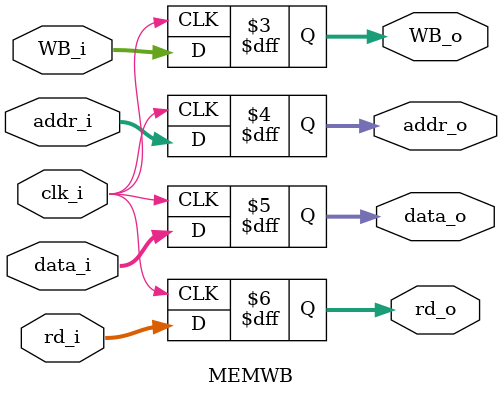
<source format=v>
module MEMWB
(
    clk_i,
	WB_i,
	addr_i,
	data_i,
	rd_i,
    WB_o,
	addr_o,
	data_o,
	rd_o
);

// Ports
input               clk_i;
input	[1:0]       WB_i;
input   [31:0]      addr_i;
input   [31:0]      data_i;
input	[4:0]		rd_i;
output	[1:0]		WB_o;
output  [31:0]      addr_o;
output  [31:0]      data_o;
output	[4:0]		rd_o;

// Wires & Registers
reg		[1:0]		WB_o;
reg		[31:0]      addr_o;
reg		[31:0]      data_o;
reg		[4:0]		rd_o;

initial begin
	WB_o = 0;
	addr_o = 0;
	data_o = 0;
	rd_o = 0;
end

always@(posedge clk_i) begin
	WB_o <= WB_i;
	addr_o <= addr_i;
	data_o <= data_i;
	rd_o <= rd_i;
end

endmodule

</source>
